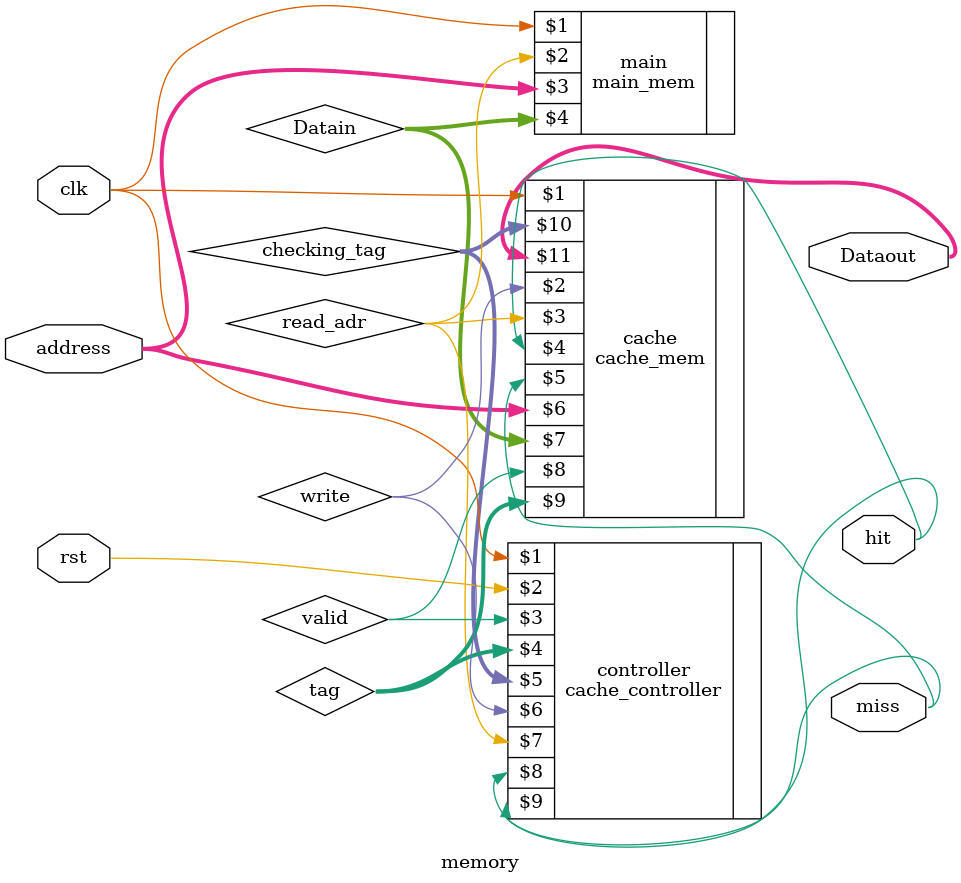
<source format=v>
`timescale 1ns/1ns
module memory(input clk, rst, input[14:0] address, output[31:0] Dataout, output hit, miss);
  wire valid, write, read_adr;
  wire[2:0] tag, checking_tag;
  wire[127:0] Datain;
  
  cache_mem cache(clk, write, read_adr, hit, miss, address, Datain, valid, tag ,checking_tag, Dataout);
  main_mem main(clk, read_adr, address, Datain);
  cache_controller controller(clk, rst, valid, tag, checking_tag,  write, read_adr, hit, miss);
  
endmodule

</source>
